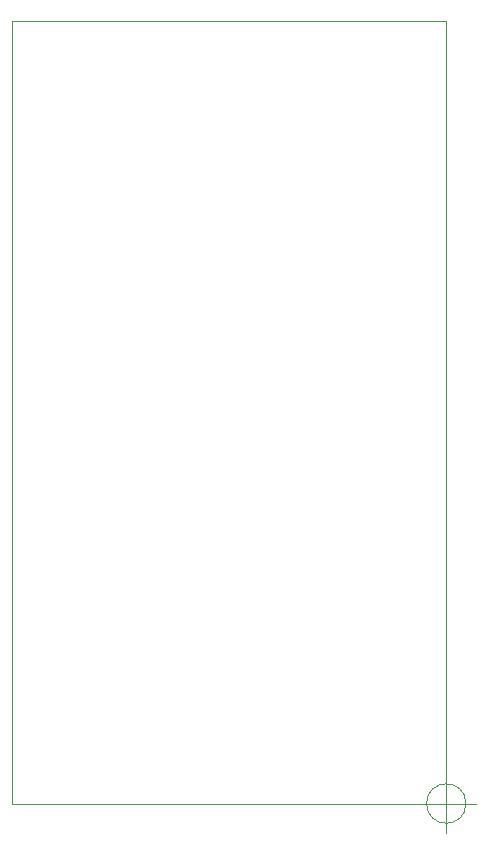
<source format=gbr>
G04 #@! TF.GenerationSoftware,KiCad,Pcbnew,(5.1.2)-2*
G04 #@! TF.CreationDate,2019-12-14T23:06:18+01:00*
G04 #@! TF.ProjectId,ttgot5,7474676f-7435-42e6-9b69-6361645f7063,rev?*
G04 #@! TF.SameCoordinates,Original*
G04 #@! TF.FileFunction,Profile,NP*
%FSLAX46Y46*%
G04 Gerber Fmt 4.6, Leading zero omitted, Abs format (unit mm)*
G04 Created by KiCad (PCBNEW (5.1.2)-2) date 2019-12-14 23:06:18*
%MOMM*%
%LPD*%
G04 APERTURE LIST*
%ADD10C,0.100000*%
G04 APERTURE END LIST*
D10*
X138416666Y-166290000D02*
G75*
G03X138416666Y-166290000I-1666666J0D01*
G01*
X134250000Y-166290000D02*
X139250000Y-166290000D01*
X136750000Y-163790000D02*
X136750000Y-168790000D01*
X100000000Y-166290000D02*
X136750000Y-166290000D01*
X136750000Y-100000000D02*
X136750000Y-166290000D01*
X100000000Y-100000000D02*
X136750000Y-100000000D01*
X100000000Y-100000000D02*
X100000000Y-166290000D01*
M02*

</source>
